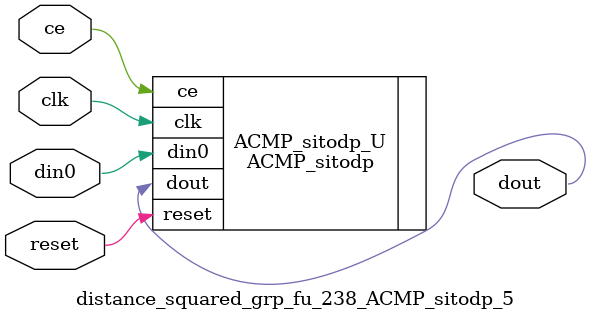
<source format=v>

`timescale 1 ns / 1 ps
module distance_squared_grp_fu_238_ACMP_sitodp_5(
    clk,
    reset,
    ce,
    din0,
    dout);

parameter ID = 32'd1;
parameter NUM_STAGE = 32'd1;
parameter din0_WIDTH = 32'd1;
parameter dout_WIDTH = 32'd1;
input clk;
input reset;
input ce;
input[din0_WIDTH - 1:0] din0;
output[dout_WIDTH - 1:0] dout;



ACMP_sitodp #(
.ID( ID ),
.NUM_STAGE( 4 ),
.din0_WIDTH( din0_WIDTH ),
.dout_WIDTH( dout_WIDTH ))
ACMP_sitodp_U(
    .clk( clk ),
    .reset( reset ),
    .ce( ce ),
    .din0( din0 ),
    .dout( dout ));

endmodule

</source>
